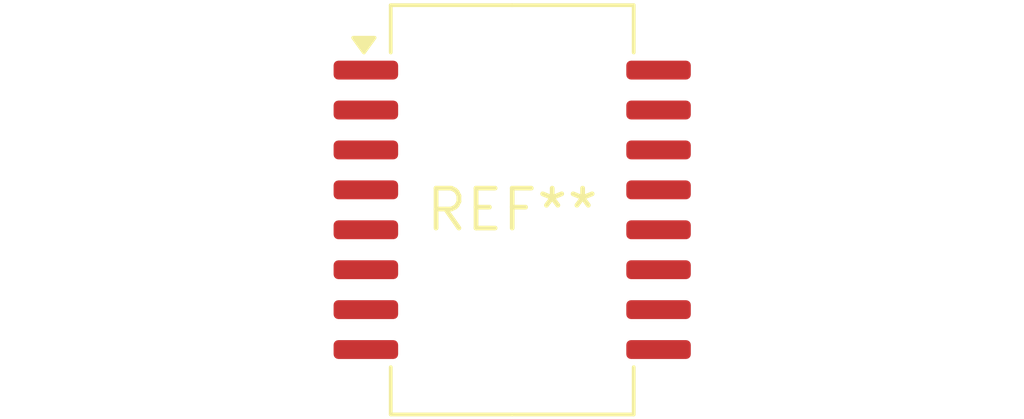
<source format=kicad_pcb>
(kicad_pcb (version 20240108) (generator pcbnew)
  (layers (0 "F.Cu" signal) (31 "B.Cu" signal) (34 "B.Paste" user) (35 "F.Paste" user) (36 "B.SilkS" user "B.Silkscreen") (37 "F.SilkS" user "F.Silkscreen") (38 "B.Mask" user) (39 "F.Mask" user) (44 "Edge.Cuts" user))
  (net 0 "")
  (footprint "SOIC-16W_7.5x12.8mm_P1.27mm" (layer "F.Cu") (at 0 0)
    (property "Reference" "REF**")
    (property "Value" "SOIC-16W_7.5x12.8mm_P1.27mm")
    (fp_line (start -3.86 -6.51) (end -3.86 -5.005) (layer "F.SilkS") (stroke (width 0.12)))
    (fp_line (start -3.86 6.51) (end -3.86 5.005) (layer "F.SilkS") (stroke (width 0.12)))
    (fp_line (start 0 -6.51) (end -3.86 -6.51) (layer "F.SilkS") (stroke (width 0.12)))
    (fp_line (start 0 -6.51) (end 3.86 -6.51) (layer "F.SilkS") (stroke (width 0.12)))
    (fp_line (start 0 6.51) (end -3.86 6.51) (layer "F.SilkS") (stroke (width 0.12)))
    (fp_line (start 0 6.51) (end 3.86 6.51) (layer "F.SilkS") (stroke (width 0.12)))
    (fp_line (start 3.86 -6.51) (end 3.86 -5.005) (layer "F.SilkS") (stroke (width 0.12)))
    (fp_line (start 3.86 6.51) (end 3.86 5.005) (layer "F.SilkS") (stroke (width 0.12)))
    (fp_poly (pts (xy -4.7125 -5.005) (xy -5.0525 -5.475) (xy -4.3725 -5.475) (xy -4.7125 -5.005)) (layer "F.SilkS") (stroke (width 0.12)) (fill solid))
    (pad "1" smd roundrect (at -4.65 -4.445) (size 2.05 0.6) (layers "F.Cu" "F.Paste" "F.Mask"))
    (pad "2" smd roundrect (at -4.65 -3.175) (size 2.05 0.6) (layers "F.Cu" "F.Paste" "F.Mask"))
    (pad "3" smd roundrect (at -4.65 -1.905) (size 2.05 0.6) (layers "F.Cu" "F.Paste" "F.Mask"))
    (pad "4" smd roundrect (at -4.65 -0.635) (size 2.05 0.6) (layers "F.Cu" "F.Paste" "F.Mask"))
    (pad "5" smd roundrect (at -4.65 0.635) (size 2.05 0.6) (layers "F.Cu" "F.Paste" "F.Mask"))
    (pad "6" smd roundrect (at -4.65 1.905) (size 2.05 0.6) (layers "F.Cu" "F.Paste" "F.Mask"))
    (pad "7" smd roundrect (at -4.65 3.175) (size 2.05 0.6) (layers "F.Cu" "F.Paste" "F.Mask"))
    (pad "8" smd roundrect (at -4.65 4.445) (size 2.05 0.6) (layers "F.Cu" "F.Paste" "F.Mask"))
    (pad "9" smd roundrect (at 4.65 4.445) (size 2.05 0.6) (layers "F.Cu" "F.Paste" "F.Mask"))
    (pad "10" smd roundrect (at 4.65 3.175) (size 2.05 0.6) (layers "F.Cu" "F.Paste" "F.Mask"))
    (pad "11" smd roundrect (at 4.65 1.905) (size 2.05 0.6) (layers "F.Cu" "F.Paste" "F.Mask"))
    (pad "12" smd roundrect (at 4.65 0.635) (size 2.05 0.6) (layers "F.Cu" "F.Paste" "F.Mask"))
    (pad "13" smd roundrect (at 4.65 -0.635) (size 2.05 0.6) (layers "F.Cu" "F.Paste" "F.Mask"))
    (pad "14" smd roundrect (at 4.65 -1.905) (size 2.05 0.6) (layers "F.Cu" "F.Paste" "F.Mask"))
    (pad "15" smd roundrect (at 4.65 -3.175) (size 2.05 0.6) (layers "F.Cu" "F.Paste" "F.Mask"))
    (pad "16" smd roundrect (at 4.65 -4.445) (size 2.05 0.6) (layers "F.Cu" "F.Paste" "F.Mask"))
  )
)
</source>
